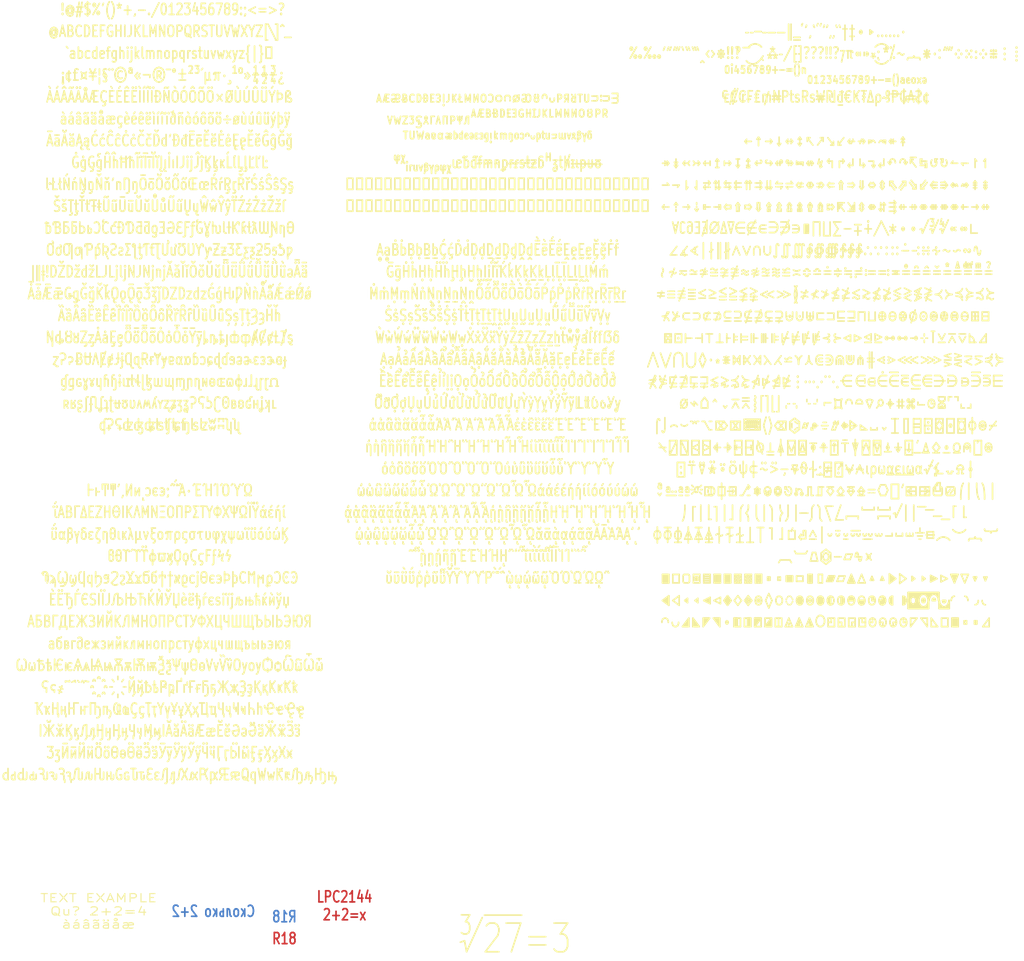
<source format=kicad_pcb>
(kicad_pcb (version 20221018) (generator pcbnew)

  (general
    (thickness 1.6)
  )

  (paper "A4")
  (title_block
    (date "29 jan 2010")
  )

  (layers
    (0 "F.Cu" signal)
    (31 "B.Cu" signal)
    (32 "B.Adhes" user "B.Adhesive")
    (33 "F.Adhes" user "F.Adhesive")
    (34 "B.Paste" user)
    (35 "F.Paste" user)
    (36 "B.SilkS" user "B.Silkscreen")
    (37 "F.SilkS" user "F.Silkscreen")
    (38 "B.Mask" user)
    (39 "F.Mask" user)
    (40 "Dwgs.User" user "User.Drawings")
    (41 "Cmts.User" user "User.Comments")
    (42 "Eco1.User" user "User.Eco1")
    (43 "Eco2.User" user "User.Eco2")
    (44 "Edge.Cuts" user)
    (45 "Margin" user)
    (46 "B.CrtYd" user "B.Courtyard")
    (47 "F.CrtYd" user "F.Courtyard")
    (48 "B.Fab" user)
    (49 "F.Fab" user)
  )

  (setup
    (pad_to_mask_clearance 0.254)
    (pcbplotparams
      (layerselection 0x0000030_80000001)
      (plot_on_all_layers_selection 0x0000000_00000000)
      (disableapertmacros false)
      (usegerberextensions false)
      (usegerberattributes true)
      (usegerberadvancedattributes true)
      (creategerberjobfile true)
      (dashed_line_dash_ratio 12.000000)
      (dashed_line_gap_ratio 3.000000)
      (svgprecision 4)
      (plotframeref false)
      (viasonmask false)
      (mode 1)
      (useauxorigin false)
      (hpglpennumber 1)
      (hpglpenspeed 20)
      (hpglpendiameter 15.000000)
      (dxfpolygonmode true)
      (dxfimperialunits true)
      (dxfusepcbnewfont true)
      (psnegative false)
      (psa4output false)
      (plotreference true)
      (plotvalue true)
      (plotinvisibletext false)
      (sketchpadsonfab false)
      (subtractmaskfromsilk false)
      (outputformat 1)
      (mirror false)
      (drillshape 1)
      (scaleselection 1)
      (outputdirectory "")
    )
  )

  (net 0 "")

  (gr_text "R18" (at 61.00064 189.99962) (layer "F.Cu") (tstamp 9ba065f5-57a5-4f8c-ab9b-ebae97227bcb)
    (effects (font (size 2.032 1.524) (thickness 0.3048)))
  )
  (gr_text "LPC2144\n2+2=x" (at 71.99884 184.00014) (layer "F.Cu") (tstamp c16c004b-cd15-47f8-8746-d0ac42af6945)
    (effects (font (size 2.032 1.524) (thickness 0.3048)))
  )
  (gr_text "Сколько 2+2" (at 48.00092 185.0009) (layer "B.Cu") (tstamp 20c8dfb9-4211-473a-9c17-f4fa8013a365)
    (effects (font (size 2.032 1.524) (thickness 0.3048)) (justify mirror))
  )
  (gr_text "R18" (at 61.00064 185.99912) (layer "B.Cu") (tstamp 85aa121c-15a3-4d19-8eb6-bc08f17fb35a)
    (effects (font (size 2.032 1.524) (thickness 0.3048)) (justify mirror))
  )
  (gr_text "≀≁≂≃≄≅≆≇≈≉≊≋≌≍≎≏≐≑≒≓≔≕≖≗≘≙≚≛≜≝≞≟" (at 159.99968 67.99834) (layer "F.SilkS") (tstamp 0516fcd7-029e-4c96-af5a-d3814a695239)
    (effects (font (size 2.032 1.524) (thickness 0.3048)))
  )
  (gr_text "ṀṁṂṃṄṅṆṇṈṉṊṋṌṍṎṏṐṑṒṓṔṕṖṗṘṙṚṛṜṝṞṟ" (at 99.9998 71.99884) (layer "F.SilkS") (tstamp 0a3fc582-6dfa-4182-868d-dfa36b0ed2d3)
    (effects (font (size 2.032 1.524) (thickness 0.3048)))
  )
  (gr_text "⏠⏡⏢⏣⏤⏥⏦⏧" (at 159.99968 119.99976) (layer "F.SilkS") (tstamp 115eba56-92e8-4a01-9496-1ce45877624b)
    (effects (font (size 2.032 1.524) (thickness 0.3048)))
  )
  (gr_text "ᾠᾡᾢᾣᾤᾥᾦᾧᾨᾩᾪᾫᾬᾭᾮᾯᾰᾱᾲᾳᾴᾶᾷᾸᾹᾺΆᾼ᾽ι᾿" (at 99.9998 115.99926) (layer "F.SilkS") (tstamp 1183a78a-5ff5-4773-be11-977f468227b9)
    (effects (font (size 2.032 1.524) (thickness 0.3048)))
  )
  (gr_text "ᵠᵡᵢᵣᵤᵥᵦᵧᵨᵩᵪᵫᵬᵭᵮᵯᵰᵱᵲᵳᵴᵵᵶᵷᵸᵹᵺᵻᵼᵽᵾᵿ" (at 99.9998 48.00092) (layer "F.SilkS") (tstamp 12229311-590d-4609-a790-5109e2f01b41)
    (effects (font (size 2.032 1.524) (thickness 0.3048)))
  )
  (gr_text "‰‱′″‴‵‶‷‸‹›※‼‽‾‿⁀⁁⁂⁃⁄⁅⁆⁇⁈⁉⁊⁋⁌⁍⁎⁏⁐⁑⁒⁓⁔⁕⁖⁗⁘⁙⁚⁛⁜⁝⁞" (at 159.99968 27.99842) (layer "F.SilkS") (tstamp 14d14e85-2893-436f-987c-8dea2ddc4be7)
    (effects (font (size 2.032 1.524) (thickness 0.3048)))
  )
  (gr_text "ἀἁἂἃἄἅἆἇἈἉἊἋἌἍἎἏἐἑἒἓἔἕἘἙἚἛἜἝ" (at 99.9998 95.9993) (layer "F.SilkS") (tstamp 17b4c826-01b7-4c4d-b291-e95f300ea40a)
    (effects (font (size 2.032 1.524) (thickness 0.3048)))
  )
  (gr_text "∠∡∢∣∤∥∦∧∨∩∪∫∬∭∮∯∰∱∲∳∴∵∶∷∸∹∺∻∼∽∾∿" (at 159.99968 64.00038) (layer "F.SilkS") (tstamp 1cda3fcd-4ed1-444a-8d12-075819502126)
    (effects (font (size 2.032 1.524) (thickness 0.3048)))
  )
  (gr_text "ὠὡὢὣὤὥὦὧὨὩὪὫὬὭὮὯὰάὲέὴήὶίὸόὺύὼώ" (at 99.9998 108.0008) (layer "F.SilkS") (tstamp 1cee488a-07da-4e9f-bbc8-a56cb50215ae)
    (effects (font (size 2.032 1.524) (thickness 0.3048)))
  )
  (gr_text "⊠⊡⊢⊣⊤⊥⊦⊧⊨⊩⊪⊫⊬⊭⊮⊯⊰⊱⊲⊳⊴⊵⊶⊷⊸⊹⊺⊻⊼⊽⊾⊿" (at 159.99968 79.99984) (layer "F.SilkS") (tstamp 1e2eb659-9891-48b7-a252-4cabe1daa614)
    (effects (font (size 2.032 1.524) (thickness 0.3048)))
  )
  (gr_text " ¡¢£¤¥¦§¨©ª«¬­®¯°±²³´µ¶·¸¹º»¼½¾¿" (at 39.99992 32.00146) (layer "F.SilkS") (tstamp 2139c2d8-a3c1-424c-a6f5-6361e71d927f)
    (effects (font (size 2.032 1.524) (thickness 0.3048)))
  )
  (gr_text "ᴠᴡᴢᴣᴤᴥᴦᴧᴨᴩᴪᴫᴬᴭᴮᴯᴰᴱᴲᴳᴴᴵᴶᴷᴸᴹᴺᴻᴼᴽᴾᴿ" (at 99.9998 39.99992) (layer "F.SilkS") (tstamp 21d3e982-c080-4682-b565-c853058cc757)
    (effects (font (size 2.032 1.524) (thickness 0.3048)))
  )
  (gr_text "ᵀᵁᵂᵃᵄᵅᵆᵇᵈᵉᵊᵋᵌᵍᵎᵏᵐᵑᵒᵓᵔᵕᵖᵗᵘᵙᵚᵛᵜᵝᵞᵟ" (at 99.9998 44.00042) (layer "F.SilkS") (tstamp 27d8cf77-27cc-4d9f-be49-9b8cec78db88)
    (effects (font (size 2.032 1.524) (thickness 0.3048)))
  )
  (gr_text "∛~{27}=3" (at 102.99954 189.99962) (layer "F.SilkS") (tstamp 28f9ef6d-eead-4485-a231-00aab4eed0c0)
    (effects (font (size 5.25018 4.0005) (thickness 0.3048)))
  )
  (gr_text "ΰαβγδεζηθικλμνξοπρςστυφχψωϊϋόύώϏ" (at 39.99992 115.99926) (layer "F.SilkS") (tstamp 2a3bf09a-316a-490b-b086-3ce2ad52c188)
    (effects (font (size 2.032 1.524) (thickness 0.3048)))
  )
  (gr_text "≠≡≢≣≤≥≦≧≨≩≪≫≬≭≮≯≰≱≲≳≴≵≶≷≸≹≺≻≼≽≾≿" (at 159.99968 71.99884) (layer "F.SilkS") (tstamp 2b21825d-d26b-47cc-b4fb-0286705a8460)
    (effects (font (size 2.032 1.524) (thickness 0.3048)))
  )
  (gr_text "⋀⋁⋂⋃⋄⋅⋆⋇⋈⋉⋊⋋⋌⋍⋎⋏⋐⋑⋒⋓⋔⋕⋖⋗⋘⋙⋚⋛⋜⋝⋞⋟" (at 159.99968 84.00034) (layer "F.SilkS") (tstamp 2cf3226c-8ec8-4f7d-b80d-d150bfe5427a)
    (effects (font (size 2.032 1.524) (thickness 0.3048)))
  )
  (gr_text "ÀÁÂÃÄÅÆÇÈÉÊËÌÍÎÏÐÑÒÓÔÕÖ×ØÙÚÛÜÝÞß" (at 39.99992 36.00196) (layer "F.SilkS") (tstamp 2df2be1a-01f0-4cfa-96a8-cf93c677d43c)
    (effects (font (size 2.032 1.524) (thickness 0.3048)))
  )
  (gr_text "ѠѡѢѣѤѥѦѧѨѩѪѫѬѭѮѯѰѱѲѳѴѵѶѷѸѹѺѻѼѽѾѿ" (at 39.99992 140.00226) (layer "F.SilkS") (tstamp 360caae8-bce4-4108-926f-246b551cffb3)
    (effects (font (size 2.032 1.524) (thickness 0.3048)))
  )
  (gr_text "ɀɁɂɃɄɅɆɇɈɉɊɋɌɍɎɏɐɑɒɓɔɕɖɗɘəɚɛɜɝɞɟ" (at 39.99992 84.00288) (layer "F.SilkS") (tstamp 3b83ee8a-a0fe-4acc-a9c4-3641309911d2)
    (effects (font (size 2.032 1.524) (thickness 0.3048)))
  )
  (gr_text "‐‑‒–—―‖‗‘’‚‛“”„‟†‡•‣․‥…‧" (at 159.99968 24.00046) (layer "F.SilkS") (tstamp 3ca9e7f9-02e5-40c3-8f57-63a1b0540a41)
    (effects (font (size 2.032 1.524) (thickness 0.3048)))
  )
  (gr_text "⍀⍁⍂⍃⍄⍅⍆⍇⍈⍉⍊⍋⍌⍍⍎⍏⍐⍑⍒⍓⍔⍕⍖⍗⍘⍙⍚⍛⍜⍝⍞⍟" (at 159.99968 99.9998) (layer "F.SilkS") (tstamp 3e7a7f5e-f156-42f3-abcd-ccfac070d955)
    (effects (font (size 2.032 1.524) (thickness 0.3048)))
  )
  (gr_text "⋠⋡⋢⋣⋤⋥⋦⋧⋨⋩⋪⋫⋬⋭⋮⋯⋰⋱⋲⋳⋴⋵⋶⋷⋸⋹⋺⋻⋼⋽⋾⋿" (at 159.99968 87.9983) (layer "F.SilkS") (tstamp 3ef2fe63-93e4-4c1a-aa63-295a0dd42e06)
    (effects (font (size 2.032 1.524) (thickness 0.3048)))
  )
  (gr_text "ṠṡṢṣṤṥṦṧṨṩṪṫṬṭṮṯṰṱṲṳṴṵṶṷṸṹṺṻṼṽṾṿ" (at 99.9998 75.99934) (layer "F.SilkS") (tstamp 42b8cfe8-bc82-44dc-a4d3-bc44318bfad7)
    (effects (font (size 2.032 1.524) (thickness 0.3048)))
  )
  (gr_text "ỠỡỢợỤụỦủỨứỪừỬửỮữỰựỲỳỴỵỶỷỸỹỺỻỼỽỾỿ" (at 99.9998 91.9988) (layer "F.SilkS") (tstamp 4313db55-1be6-4c5b-ac72-1e9abd0ce4fb)
    (effects (font (size 2.032 1.524) (thickness 0.3048)))
  )
  (gr_text "ẀẁẂẃẄẅẆẇẈẉẊẋẌẍẎẏẐẑẒẓẔẕẖẗẘẙẚẛẜẝẞẟ" (at 99.9998 79.99984) (layer "F.SilkS") (tstamp 44de7333-c397-46f3-adcd-c8160d53dcbb)
    (effects (font (size 2.032 1.524) (thickness 0.3048)))
  )
  (gr_text "ᴀᴁᴂᴃᴄᴅᴆᴇᴈᴉᴊᴋᴌᴍᴎᴏᴐᴑᴒᴓᴔᴕᴖᴗᴘᴙᴚᴛᴜᴝᴞᴟ" (at 99.9998 35.99942) (layer "F.SilkS") (tstamp 4f4d28c5-5f4c-458b-8c31-721427f02156)
    (effects (font (size 2.032 1.524) (thickness 0.3048)))
  )
  (gr_text "⊀⊁⊂⊃⊄⊅⊆⊇⊈⊉⊊⊋⊌⊍⊎⊏⊐⊑⊒⊓⊔⊕⊖⊗⊘⊙⊚⊛⊜⊝⊞⊟" (at 159.99968 75.99934) (layer "F.SilkS") (tstamp 54fda833-cf0d-4a81-bc49-01141ba5ebb1)
    (effects (font (size 2.032 1.524) (thickness 0.3048)))
  )
  (gr_text "ᶀᶁᶂᶃᶄᶅᶆᶇᶈᶉᶊᶋᶌᶍᶎᶏᶐᶑᶒᶓᶔᶕᶖᶗᶘᶙᶚᶛᶜᶝᶞᶟ" (at 99.9998 51.99888) (layer "F.SilkS") (tstamp 570534a6-3164-422b-87d8-f10534320782)
    (effects (font (size 2.032 1.524) (thickness 0.3048)))
  )
  (gr_text "↠↡↢↣↤↥↦↧↨↩↪↫↬↭↮↯↰↱↲↳↴↵↶↷↸↹↺↻↼↽↾↿" (at 159.99968 47.99838) (layer "F.SilkS") (tstamp 57eea0db-7b49-47a0-87a1-a51c17a157f6)
    (effects (font (size 2.032 1.524) (thickness 0.3048)))
  )
  (gr_text "Ҁҁ҂҃҄҅҆҇҈҉ҊҋҌҍҎҏҐґҒғҔҕҖҗҘҙҚқҜҝҞҟ" (at 39.99992 144.00276) (layer "F.SilkS") (tstamp 5eb3350a-68c7-4e3b-9a6c-5e93a0efbfaa)
    (effects (font (size 2.032 1.524) (thickness 0.3048)))
  )
  (gr_text "ὀὁὂὃὄὅὈὉὊὋὌὍὐὑὒὓὔὕὖὗὙὛὝὟ" (at 99.9998 104.0003) (layer "F.SilkS") (tstamp 69bab552-9a17-4247-8eec-fe447293a9fa)
    (effects (font (size 2.032 1.524) (thickness 0.3048)))
  )
  (gr_text "ἠἡἢἣἤἥἦἧἨἩἪἫἬἭἮἯἰἱἲἳἴἵἶἷἸἹἺἻἼἽἾἿ" (at 99.9998 99.9998) (layer "F.SilkS") (tstamp 6d97ae10-cefd-4add-92d0-da7290fa7bb3)
    (effects (font (size 2.032 1.524) (thickness 0.3048)))
  )
  (gr_text "`abcdefghijklmnopqrstuvwxyz{|}" (at 39.99992 28.0035) (layer "F.SilkS") (tstamp 6f5c6d0e-5192-4913-a5df-f5c05925fc7e)
    (effects (font (size 2.032 1.524) (thickness 0.3048)))
  )
  (gr_text "ḠḡḢḣḤḥḦḧḨḩḪḫḬḭḮḯḰḱḲḳḴḵḶḷḸḹḺḻḼḽḾḿ" (at 99.9998 68.00088) (layer "F.SilkS") (tstamp 7177d0fc-6b14-444f-a05b-7c6a4a3d7ab5)
    (effects (font (size 2.032 1.524) (thickness 0.3048)))
  )
  (gr_text "ĀāĂăĄąĆćĈĉĊċČčĎďĐđĒēĔĕĖėĘęĚěĜĝĞğ" (at 39.99992 44.00042) (layer "F.SilkS") (tstamp 74567f60-67b6-4efa-b6a6-169ffd72af40)
    (effects (font (size 2.032 1.524) (thickness 0.3048)))
  )
  (gr_text "◀◁◂◃◄◅◆◇◈◉◊○◌◍◎●◐◑◒◓◔◕◖◗◘◙◚◛◜◝◞◟" (at 159.99968 127.99822) (layer "F.SilkS") (tstamp 75994364-a00a-40cb-a77a-6e0bcbc3a7c3)
    (effects (font (size 2.032 1.524) (thickness 0.3048)))
  )
  (gr_text "ᶠᶡᶢᶣᶤᶥᶦᶧᶨᶩᶪᶫᶬᶭᶮᶯᶰᶱᶲᶳᶴᶵᶶᶷᶸᶹᶺᶻᶼᶽᶾᶿ" (at 99.9998 55.99938) (layer "F.SilkS") (tstamp 77d6d864-5d8d-4471-a2ee-c9842539540b)
    (effects (font (size 2.032 1.524) (thickness 0.3048)))
  )
  (gr_text "⌀⌁⌂⌃⌄⌅⌆⌇⌈⌉⌊⌋⌌⌍⌎⌏⌐⌑⌒⌓⌔⌕⌖⌗⌘⌙⌚⌛⌜⌝⌞⌟" (at 159.99968 91.9988) (layer "F.SilkS") (tstamp 7a31f34e-d6c3-434a-94be-10a68a2135ec)
    (effects (font (size 2.032 1.524) (thickness 0.3048)))
  )
  (gr_text "⇠⇡⇢⇣⇤⇥⇦⇧⇨⇩⇪⇫⇬⇭⇮⇯⇰⇱⇲⇳⇴⇵⇶⇷⇸⇹⇺⇻⇼⇽⇾⇿" (at 159.99968 55.99938) (layer "F.SilkS") (tstamp 82ae555c-c334-4287-b2ab-257a8f930917)
    (effects (font (size 2.032 1.524) (thickness 0.3048)))
  )
  (gr_text "ΐΑΒΓΔΕΖΗΘΙΚΛΜΝΞΟΠΡΣΤΥΦΧΨΩΪΫάέήί" (at 39.99992 112.0013) (layer "F.SilkS") (tstamp 85386c7f-a832-48f7-9f06-010236111d7b)
    (effects (font (size 2.032 1.524) (thickness 0.3048)))
  )
  (gr_text "ͰͱͲͳʹ͵Ͷͷͺͻͼͽ;΄΅Ά·ΈΉΊΌΎΏ" (at 39.99992 108.0008) (layer "F.SilkS") (tstamp 8ff68692-f572-4cc5-bbfa-12edb68ade41)
    (effects (font (size 2.032 1.524) (thickness 0.3048)))
  )
  (gr_text "ᾀᾁᾂᾃᾄᾅᾆᾇᾈᾉᾊᾋᾌᾍᾎᾏᾐᾑᾒᾓᾔᾕᾖᾗᾘᾙᾚᾛᾜᾝᾞᾟ" (at 99.9998 111.99876) (layer "F.SilkS") (tstamp 90553b5f-75c4-47e1-941b-7dc2d842f34a)
    (effects (font (size 2.032 1.524) (thickness 0.3048)))
  )
  (gr_text "ḀḁḂḃḄḅḆḇḈḉḊḋḌḍḎḏḐḑḒḓḔḕḖḗḘḙḚḛḜḝḞḟ" (at 99.9998 64.00038) (layer "F.SilkS") (tstamp 92ac8b2d-30b7-49b8-baae-7180c87b22d3)
    (effects (font (size 2.032 1.524) (thickness 0.3048)))
  )
  (gr_text "ῠῡῢΰῤῥῦῧῨῩῪΎῬ῭΅`ῲῳῴῶῷῸΌῺΏῼ´῾" (at 99.9998 124.00026) (layer "F.SilkS") (tstamp 939c7a4a-bc4c-4a60-a741-03355838b17d)
    (effects (font (size 2.032 1.524) (thickness 0.3048)))
  )
  (gr_text "ϠϡϢϣϤϥϦϧϨϩϪϫϬϭϮϯϰϱϲϳϴϵ϶ϷϸϹϺϻϼϽϾϿ" (at 39.99992 124.0028) (layer "F.SilkS") (tstamp 93b633ec-e2ce-47d6-906a-fabfd9d21b5d)
    (effects (font (size 2.032 1.524) (thickness 0.3048)))
  )
  (gr_text "ϐϑϒϓϔϕϖϗϘϙϚϛϜϝϞϟ" (at 39.99992 120.0023) (layer "F.SilkS") (tstamp 95572c11-248d-449f-9121-f5ce3645d800)
    (effects (font (size 2.032 1.524) (thickness 0.3048)))
  )
  (gr_text "ӀӁӂӃӄӅӆӇӈӉӊӋӌӍӎӏӐӑӒӓӔӕӖӗӘәӚӛӜӝӞӟ" (at 39.99992 152.00122) (layer "F.SilkS") (tstamp 9a353c5b-3481-4b63-b62f-aaa6503edb92)
    (effects (font (size 2.032 1.524) (thickness 0.3048)))
  )
  (gr_text "ẠạẢảẤấẦầẨẩẪẫẬậẮắẰằẲẳẴẵẶặẸẹẺẻẼẽẾế" (at 99.9998 84.00034) (layer "F.SilkS") (tstamp 9af80093-6b30-4e24-bbed-700ae8352a79)
    (effects (font (size 2.032 1.524) (thickness 0.3048)))
  )
  (gr_text "ӠӡӢӣӤӥӦӧӨөӪӫӬӭӮӯӰӱӲӳӴӵӶӷӸӹӺӻӼӽӾӿ" (at 39.99992 156.00172) (layer "F.SilkS") (tstamp 9c90afe6-72b0-47f2-af58-883cbfaf4e52)
    (effects (font (size 2.032 1.524) (thickness 0.3048)))
  )
  (gr_text "ЀЁЂЃЄЅІЇЈЉЊЋЌЍЎЏѐёђѓєѕіїјљњћќѝўџ" (at 39.99992 128.00076) (layer "F.SilkS") (tstamp 9cc37431-ef16-451c-8356-149b6ec433f8)
    (effects (font (size 2.032 1.524) (thickness 0.3048)))
  )
  (gr_text "àáâãäåæçèéêëìíîïðñòóôõö÷øùúûüýþÿ" (at 41.00068 39.99992) (layer "F.SilkS") (tstamp 9e1d30ae-603d-4de9-8818-58feb31e66fd)
    (effects (font (size 2.032 1.524) (thickness 0.3048)))
  )
  (gr_text "ԀԁԂԃԄԅԆԇԈԉԊԋԌԍԎԏԐԑԒԓԔԕԖԗԘԙԚԛԜԝԞԟԠԡԢԣ" (at 39.99992 159.99968) (layer "F.SilkS") (tstamp 9f0633a3-84de-4f65-89ee-b80416e9ce54)
    (effects (font (size 2.032 1.524) (thickness 0.3048)))
  )
  (gr_text "ȠȡȢȣȤȥȦȧȨȩȪȫȬȭȮȯȰȱȲȳȴȵȶȷȸȹȺȻȼȽȾȿ" (at 39.99992 80.00238) (layer "F.SilkS") (tstamp 9f09e971-cd4c-48e7-b6f4-68046c0c3fbb)
    (effects (font (size 2.032 1.524) (thickness 0.3048)))
  )
  (gr_text "ǠǡǢǣǤǥǦǧǨǩǪǫǬǭǮǯǰǱǲǳǴǵǶǷǸǹǺǻǼǽǾǿ" (at 39.99992 72.00138) (layer "F.SilkS") (tstamp a03666e8-c8d1-40d8-9c2b-a2bb570cc66a)
    (effects (font (size 2.032 1.524) (thickness 0.3048)))
  )
  (gr_text "ɠɡɢɣɤɥɦɧɨɩɪɫɬɭɮɯɰɱɲɳɴɵɶɷɸɹɺɻɼɽɾɿ" (at 39.99992 88.00084) (layer "F.SilkS") (tstamp a4f6844b-f7db-4a8d-98aa-454076c48695)
    (effects (font (size 2.032 1.524) (thickness 0.3048)))
  )
  (gr_text "ỀềỂểỄễỆệỈỉỊịỌọỎỏỐốỒồỔổỖỗỘộỚớỜờỞở" (at 99.9998 88.00084) (layer "F.SilkS") (tstamp a50f9f76-9381-42f5-8f93-a02358540c79)
    (effects (font (size 2.032 1.524) (thickness 0.3048)))
  )
  (gr_text "ƠơƢƣƤƥƦƧƨƩƪƫƬƭƮƯưƱƲƳƴƵƶƷƸƹƺƻƼƽƾƿ" (at 39.99992 64.00292) (layer "F.SilkS") (tstamp a6a89ee5-9d36-4460-b9d1-ea671e3125ae)
    (effects (font (size 2.032 1.524) (thickness 0.3048)))
  )
  (gr_text "◠◡◢◣◤◥◦◧◨◩◪◫◬◭◮◯◰◱◲◳◴◵◶◷◸◹◺◻◼◽◾◿" (at 159.99968 131.99872) (layer "F.SilkS") (tstamp a9f84648-57b9-4dc7-97e3-2f8a044f08e7)
    (effects (font (size 2.032 1.524) (thickness 0.3048)))
  )
  (gr_text "ƀƁƂƃƄƅƆƇƈƉƊƋƌƍƎƏƐƑƒƓƔƕƖƗƘƙƚƛƜƝƞƟ" (at 39.99992 60.00242) (layer "F.SilkS") (tstamp acea9867-c544-4444-a65f-b6d163437f09)
    (effects (font (size 2.032 1.524) (thickness 0.3048)))
  )
  (gr_text "ʀʁʂʃʄʅʆʇʈʉʊʋʌʍʎʏʐʑʒʓʔʕʖʗʘʙʚʛʜʝʞʟ" (at 39.99992 92.00134) (layer "F.SilkS") (tstamp ae9a8f83-5a27-4f11-a3ca-d38fd30dcbc0)
    (effects (font (size 2.032 1.524) (thickness 0.3048)))
  )
  (gr_text "АБВГДЕЖЗИЙКЛМНОПРСТУФХЦЧШЩЪЫЬЭЮЯ" (at 39.99992 132.00126) (layer "F.SilkS") (tstamp b1b35427-e791-4fda-87d4-0f0610607985)
    (effects (font (size 2.032 1.524) (thickness 0.3048)))
  )
  (gr_text "⎀⎁⎂⎃⎄⎅⎆⎇⎈⎉⎊⎋⎌⎍⎎⎏⎐⎑⎒⎓⎔⎕⎖⎗⎘⎙⎚⎛⎜⎝⎞⎟" (at 159.99968 107.99826) (layer "F.SilkS") (tstamp b3beac2f-e4db-4a57-9419-b0a48d32f0bc)
    (effects (font (size 2.032 1.524) (thickness 0.3048)))
  )
  (gr_text "абвгдежзийклмнопрстуфхцчшщъыьэюя" (at 39.99992 136.00176) (layer "F.SilkS") (tstamp b6901219-559a-4ec0-99a8-20f8e5526a95)
    (effects (font (size 2.032 1.524) (thickness 0.3048)))
  )
  (gr_text "ҠҡҢңҤҥҦҧҨҩҪҫҬҭҮүҰұҲҳҴҵҶҷҸҹҺһҼҽҾҿ" (at 39.99992 148.00072) (layer "F.SilkS") (tstamp b98c3b55-2488-4caa-a6cf-907e6979425c)
    (effects (font (size 2.032 1.524) (thickness 0.3048)))
  )
  (gr_text "⌠⌡⌢⌣⌤⌥⌦⌧⌨〈〉⌫⌬⌭⌮⌯⌰⌱⌲⌳⌴⌵⌶⌷⌸⌹⌺⌻⌼⌽⌾⌿" (at 159.99968 95.9993) (layer "F.SilkS") (tstamp bb3e121b-5fc9-431b-a67f-fb44024ffcd7)
    (effects (font (size 2.032 1.524) (thickness 0.3048)))
  )
  (gr_text "⇀⇁⇂⇃⇄⇅⇆⇇⇈⇉⇊⇋⇌⇍⇎⇏⇐⇑⇒⇓⇔⇕⇖⇗⇘⇙⇚⇛⇜⇝⇞⇟" (at 159.99968 51.99888) (layer "F.SilkS") (tstamp bfad2403-05fe-43da-974f-e3154e1d6952)
    (effects (font (size 2.032 1.524) (thickness 0.3048)))
  )
  (gr_text " !@#$%'()*+,-./0123456789:;<=>?" (at 39.99992 20.0025) (layer "F.SilkS") (tstamp c0c459cf-75df-4292-97bd-65caa4bb8bc1)
    (effects (font (size 2.032 1.524) (thickness 0.3048)))
  )
  (gr_text "῀῁ῂῃῄῆῇῈΈῊΉῌ῍῎῏ῐῑῒΐῖῗῘῙῚΊ῝῞῟" (at 99.9998 119.99976) (layer "F.SilkS") (tstamp c34cb351-78b7-459b-ba22-c2a46fa11374)
    (effects (font (size 2.032 1.524) (thickness 0.3048)))
  )
  (gr_text "TEXT EXAMPLE\nQu? 2+2=4\nàáâãäåæ" (at 27.0002 185.0009) (layer "F.SilkS") (tstamp cdae348e-14ea-4eb1-a66e-eafdefe983f8)
    (effects (font (size 1.50114 1.99898) (thickness 0.20066)))
  )
  (gr_text "⍠⍡⍢⍣⍤⍥⍦⍧⍨⍩⍪⍫⍬⍭⍮⍯⍰⍱⍲⍳⍴⍵⍶⍷⍸⍹⍺⍻⍼⍽⍾⍿" (at 159.99968 104.0003) (layer "F.SilkS") (tstamp cf368845-6f1a-47b0-a646-59e071623939)
    (effects (font (size 2.032 1.524) (thickness 0.3048)))
  )
  (gr_text "←↑→↓↔↕↖↗↘↙↚↛↜↝↞↟" (at 159.99968 44.00042) (layer "F.SilkS") (tstamp cf95b686-b1f1-4f80-ab25-cdf3c1e7ddb4)
    (effects (font (size 2.032 1.524) (thickness 0.3048)))
  )
  (gr_text "■□▢▣▤▥▦▧▨▩▪▫▬▭▮▯▰▱▲△▴▵▶▷▸▹►▻▼▽▾▿" (at 159.99968 124.00026) (layer "F.SilkS") (tstamp d283b8f9-e43a-48a5-aa2c-157683ee6fe1)
    (effects (font (size 2.032 1.524) (thickness 0.3048)))
  )
  (gr_text "⏀⏁⏂⏃⏄⏅⏆⏇⏈⏉⏊⏋⏌⏍⏎⏏⏐⏑⏒⏓⏔⏕⏖⏗⏘⏙⏚⏛⏜⏝⏞⏟" (at 159.99968 115.99926) (layer "F.SilkS") (tstamp d3cb4b8a-c3eb-4607-9d69-af40cf8c73b5)
    (effects (font (size 2.032 1.524) (thickness 0.3048)))
  )
  (gr_text "ŀŁłŃńŅņŇňŉŊŋŌōŎŏŐőŒœŔŕŖŗŘřŚśŜŝŞş" (at 39.99992 52.00142) (layer "F.SilkS") (tstamp d83a5915-ef2d-4be3-aba3-53c92c214648)
    (effects (font (size 2.032 1.524) (thickness 0.3048)))
  )
  (gr_text "₠₡₢₣₤₥₦₧₨₩₪₫€₭₮₯₰₱₲₳₴₵" (at 159.99968 35.99942) (layer "F.SilkS") (tstamp d8a50b6e-94e0-4f1e-bfd4-259d8b3ec7e4)
    (effects (font (size 2.032 1.524) (thickness 0.3048)))
  )
  (gr_text "⎠⎡⎢⎣⎤⎥⎦⎧⎨⎩⎪⎫⎬⎭⎮⎯⎰⎱⎲⎳⎴⎵⎶⎷⎸⎹⎺⎻⎼⎽⎾⎿" (at 159.99968 111.99876) (layer "F.SilkS") (tstamp dd0ed58c-3271-47af-8b04-e09b360c0c7d)
    (effects (font (size 2.032 1.524) (thickness 0.3048)))
  )
  (gr_text "ʠʡʢʣʤʥʦʧʨʩʪʫʬʭʮʯ" (at 39.99992 96.00184) (layer "F.SilkS") (tstamp dd3d6323-68a4-4f68-935f-6501cef99126)
    (effects (font (size 2.032 1.524) (thickness 0.3048)))
  )
  (gr_text "⁰ⁱ⁴⁵⁶⁷⁸⁹⁺⁻⁼⁽⁾ⁿ₀₁₂₃₄₅₆₇₈₉₊₋₌₍₎ₐₑₒₓₔ" (at 159.99968 31.99892) (layer "F.SilkS") (tstamp e2391db6-31dc-410e-bd4f-71c83c7ee2fc)
    (effects (font (size 2.032 1.524) (thickness 0.3048)))
  )
  (gr_text "ǀǁǂǃǄǅǆǇǈǉǊǋǌǍǎǏǐǑǒǓǔǕǖǗǘǙǚǛǜǝǞǟ" (at 39.99992 68.00088) (layer "F.SilkS") (tstamp e45cff04-0d6a-4671-8a65-00d6003d4da2)
    (effects (font (size 2.032 1.524) (thickness 0.3048)))
  )
  (gr_text "ȀȁȂȃȄȅȆȇȈȉȊȋȌȍȎȏȐȑȒȓȔȕȖȗȘșȚțȜȝȞȟ" (at 39.99992 76.00188) (layer "F.SilkS") (tstamp eb9336e1-e3ba-4d01-860f-8b06ad75db15)
    (effects (font (size 2.032 1.524) (thickness 0.3048)))
  )
  (gr_text "ŠšŢţŤťŦŧŨũŪūŬŭŮůŰűŲųŴŵŶŷŸŹźŻżŽžſ" (at 39.99992 56.00192) (layer "F.SilkS") (tstamp f0adddeb-7b86-47e8-b821-dd4310657007)
    (effects (font (size 2.032 1.524) (thickness 0.3048)))
  )
  (gr_text "ĠġĢģĤĥĦħĨĩĪīĬĭĮįİıĲĳĴĵĶķĸĹĺĻļĽľĿ" (at 39.99992 48.00092) (layer "F.SilkS") (tstamp f214e58d-4f9b-4cc4-823d-16d84d7683a5)
    (effects (font (size 2.032 1.524) (thickness 0.3048)))
  )
  (gr_text "∀∁∂∃∄∅∆∇∈∉∊∋∌∍∎∏∐∑−∓∔∕∖∗∘∙√∛∜∝∞∟" (at 159.99968 59.99988) (layer "F.SilkS") (tstamp f8482f33-d624-46d0-a635-3939bb704664)
    (effects (font (size 2.032 1.524) (thickness 0.3048)))
  )
  (gr_text "@ABCDEFGHIJKLMNOPQRSTUVWXYZ[\\]^_" (at 39.99992 24.003) (layer "F.SilkS") (tstamp fe7e6028-5b44-47c7-b9ba-b44380d825d3)
    (effects (font (size 2.032 1.524) (thickness 0.3048)))
  )

)

</source>
